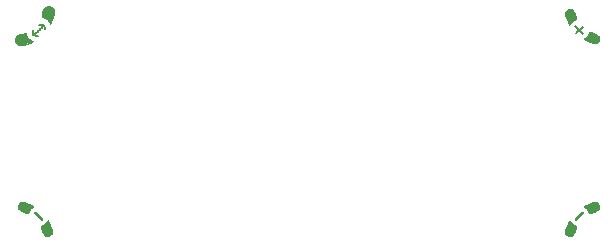
<source format=gbo>
%TF.GenerationSoftware,KiCad,Pcbnew,8.0.2-1*%
%TF.CreationDate,2024-12-19T17:28:35+00:00*%
%TF.ProjectId,jacdac-slider-MH-0.1,6a616364-6163-42d7-936c-696465722d4d,v0.1*%
%TF.SameCoordinates,PX8d24d00PY36d6160*%
%TF.FileFunction,Legend,Bot*%
%TF.FilePolarity,Positive*%
%FSLAX46Y46*%
G04 Gerber Fmt 4.6, Leading zero omitted, Abs format (unit mm)*
G04 Created by KiCad (PCBNEW 8.0.2-1) date 2024-12-19 17:28:35*
%MOMM*%
%LPD*%
G01*
G04 APERTURE LIST*
%ADD10C,0.200000*%
%ADD11C,0.000000*%
%ADD12C,0.099999*%
%ADD13C,0.999999*%
%ADD14C,0.329999*%
%ADD15C,0.199999*%
G04 APERTURE END LIST*
D10*
%TO.C,MH3*%
X22550000Y8200001D02*
X23200000Y7550001D01*
X23150000Y8150001D02*
X22600000Y7600001D01*
D11*
G36*
X21667556Y9107075D02*
G01*
X21667556Y9107075D01*
G75*
G02*
X22536889Y9340012I434644J116425D01*
G01*
X22536889Y9340012D01*
G75*
G03*
X22727510Y8843157I2463111J659988D01*
G01*
X22727510Y8843157D01*
G75*
G02*
X22663686Y8701042I-89110J-45357D01*
G01*
X22663686Y8701042D01*
G75*
G03*
X22115294Y8252503I215014J-822342D01*
G01*
X22115294Y8252503D01*
G75*
G02*
X22027307Y8249117I-44894J21997D01*
G01*
X22027307Y8249117D01*
G75*
G02*
X21667556Y9107075I2972693J1750883D01*
G01*
X21667556Y9107075D01*
G37*
G36*
X23843156Y7727511D02*
G01*
X23843156Y7727511D01*
G75*
G03*
X24340011Y7536890I1156844J2272489D01*
G01*
X24340011Y7536890D01*
G75*
G02*
X24107074Y6667557I-116511J-434690D01*
G01*
X24107074Y6667557D01*
G75*
G02*
X23249116Y7027308I892926J3332443D01*
G01*
X23249116Y7027308D01*
G75*
G02*
X23252502Y7115295I25384J43092D01*
G01*
X23252502Y7115295D01*
G75*
G03*
X23701041Y7663687I-373802J763405D01*
G01*
X23701041Y7663687D01*
G75*
G02*
X23843156Y7727511I96759J-25287D01*
G01*
X23843156Y7727511D01*
G37*
%TO.C,MH4*%
G36*
X23082632Y-7501689D02*
G01*
X23082632Y-7501689D01*
G75*
G02*
X23259409Y-7678466I88388J-88513D01*
G01*
X22671003Y-8266872D01*
G75*
G02*
X22494226Y-8090095I-88389J88513D01*
G01*
X23082632Y-7501689D01*
G37*
G36*
X22025445Y-8254717D02*
G01*
X22025445Y-8254717D01*
G75*
G02*
X22113432Y-8258103I43055J-25383D01*
G01*
X22113432Y-8258103D01*
G75*
G03*
X22661824Y-8706642I763368J373803D01*
G01*
X22661824Y-8706642D01*
G75*
G02*
X22725648Y-8848757I-25324J-96758D01*
G01*
X22725648Y-8848757D01*
G75*
G03*
X22535027Y-9345612I2272552J-1156843D01*
G01*
X22535027Y-9345612D01*
G75*
G02*
X21665694Y-9112675I-434627J116512D01*
G01*
X21665694Y-9112675D01*
G75*
G02*
X22025445Y-8254717I3332406J-892925D01*
G01*
X22025445Y-8254717D01*
G37*
G36*
X24105212Y-6673157D02*
G01*
X24105212Y-6673157D01*
G75*
G02*
X24338149Y-7542490I116488J-434643D01*
G01*
X24338149Y-7542490D01*
G75*
G03*
X23841294Y-7733111I659951J-2463110D01*
G01*
X23841294Y-7733111D01*
G75*
G02*
X23699179Y-7669287I-45394J89111D01*
G01*
X23699179Y-7669287D01*
G75*
G03*
X23250640Y-7120895I-822379J-215013D01*
G01*
X23250640Y-7120895D01*
G75*
G02*
X23247254Y-7032908I21960J44895D01*
G01*
X23247254Y-7032908D01*
G75*
G02*
X24105212Y-6673157I1750846J-2972692D01*
G01*
X24105212Y-6673157D01*
G37*
%TO.C,MH2*%
G36*
X-23266873Y-7671002D02*
G01*
X-23266873Y-7671002D01*
G75*
G02*
X-23090096Y-7494225I88373J88402D01*
G01*
X-22501690Y-8082631D01*
G75*
G02*
X-22678467Y-8259408I-88410J-88369D01*
G01*
X-23266873Y-7671002D01*
G37*
G36*
X-24112676Y-6665693D02*
G01*
X-24112676Y-6665693D01*
G75*
G02*
X-23254718Y-7025444I-892924J-3332407D01*
G01*
X-23254718Y-7025444D01*
G75*
G02*
X-23258104Y-7113431I-25382J-43056D01*
G01*
X-23258104Y-7113431D01*
G75*
G03*
X-23706643Y-7661823I373804J-763369D01*
G01*
X-23706643Y-7661823D01*
G75*
G02*
X-23848758Y-7725647I-96757J25323D01*
G01*
X-23848758Y-7725647D01*
G75*
G03*
X-24345613Y-7535026I-1156842J-2272553D01*
G01*
X-24345613Y-7535026D01*
G75*
G02*
X-24112676Y-6665693I116513J434626D01*
G01*
X-24112676Y-6665693D01*
G37*
G36*
X-22120896Y-8250639D02*
G01*
X-22120896Y-8250639D01*
G75*
G02*
X-22032909Y-8247253I44896J-21961D01*
G01*
X-22032909Y-8247253D01*
G75*
G02*
X-21673158Y-9105211I-2972691J-1750847D01*
G01*
X-21673158Y-9105211D01*
G75*
G02*
X-22542491Y-9338148I-434642J-116489D01*
G01*
X-22542491Y-9338148D01*
G75*
G03*
X-22733112Y-8841293I-2463109J-659952D01*
G01*
X-22733112Y-8841293D01*
G75*
G02*
X-22669288Y-8699178I89112J45393D01*
G01*
X-22669288Y-8699178D01*
G75*
G03*
X-22120896Y-8250639I-215012J822378D01*
G01*
X-22120896Y-8250639D01*
G37*
D12*
%TO.C,MH1*%
X-24878998Y7027722D02*
X-24878247Y7005322D01*
X-24878633Y7049966D02*
X-24878998Y7027722D01*
X-24878247Y7005322D02*
X-24876361Y6982800D01*
X-24877173Y7072023D02*
X-24878633Y7049966D01*
X-24876361Y6982800D02*
X-24873315Y6960190D01*
X-24874643Y7093857D02*
X-24877173Y7072023D01*
X-24873315Y6960190D02*
X-24869090Y6937523D01*
X-24871060Y7115437D02*
X-24874643Y7093857D01*
X-24869090Y6937523D02*
X-24869090Y6937523D01*
X-24869090Y6937523D02*
X-24863733Y6915098D01*
X-24866449Y7136728D02*
X-24871060Y7115437D01*
X-24863733Y6915098D02*
X-24857319Y6893203D01*
X-24860831Y7157699D02*
X-24866449Y7136728D01*
X-24857319Y6893203D02*
X-24849885Y6871861D01*
X-24854224Y7178316D02*
X-24860831Y7157699D01*
X-24849885Y6871861D02*
X-24841460Y6851092D01*
X-24846653Y7198543D02*
X-24854224Y7178316D01*
X-24841460Y6851092D02*
X-24832080Y6830917D01*
X-24838135Y7218350D02*
X-24846653Y7198543D01*
X-24832080Y6830917D02*
X-24821779Y6811363D01*
X-24828698Y7237705D02*
X-24838135Y7218350D01*
X-24821779Y6811363D02*
X-24810587Y6792444D01*
X-24818358Y7256572D02*
X-24828698Y7237705D01*
X-24810587Y6792444D02*
X-24798540Y6774186D01*
X-24807139Y7274919D02*
X-24818358Y7256572D01*
X-24798540Y6774186D02*
X-24785667Y6756611D01*
X-24795061Y7292712D02*
X-24807139Y7274919D01*
X-24785667Y6756611D02*
X-24772005Y6739737D01*
X-24782145Y7309918D02*
X-24795061Y7292712D01*
X-24772005Y6739737D02*
X-24757588Y6723590D01*
X-24768415Y7326504D02*
X-24782145Y7309918D01*
X-24757588Y6723590D02*
X-24742443Y6708189D01*
X-24753889Y7342439D02*
X-24768415Y7326504D01*
X-24742443Y6708189D02*
X-24726608Y6693556D01*
X-24738592Y7357686D02*
X-24753889Y7342439D01*
X-24726608Y6693556D02*
X-24710114Y6679712D01*
X-24722543Y7372216D02*
X-24738592Y7357686D01*
X-24710114Y6679712D02*
X-24692995Y6666682D01*
X-24705763Y7385991D02*
X-24722543Y7372216D01*
X-24692995Y6666682D02*
X-24675285Y6654483D01*
X-24688275Y7398983D02*
X-24705763Y7385991D01*
X-24675285Y6654483D02*
X-24657014Y6643141D01*
X-24670099Y7411155D02*
X-24688275Y7398983D01*
X-24657014Y6643141D02*
X-24638219Y6632672D01*
X-24651258Y7422475D02*
X-24670099Y7411155D01*
X-24638219Y6632672D02*
X-24618930Y6623103D01*
X-24631771Y7432909D02*
X-24651258Y7422475D01*
X-24618930Y6623103D02*
X-24599179Y6614453D01*
X-24611660Y7442425D02*
X-24631771Y7432909D01*
X-24599179Y6614453D02*
X-24579003Y6606744D01*
X-24590951Y7450989D02*
X-24611660Y7442425D01*
X-24579003Y6606744D02*
X-24558432Y6599999D01*
X-24569658Y7458569D02*
X-24590951Y7450989D01*
X-24558432Y6599999D02*
X-24537501Y6594236D01*
X-24547807Y7465132D02*
X-24569658Y7458569D01*
X-24537501Y6594236D02*
X-24516241Y6589480D01*
X-24525420Y7470643D02*
X-24547807Y7465132D01*
X-24525420Y7470643D02*
X-24459791Y7483592D01*
X-24516241Y6589480D02*
X-24494687Y6585752D01*
X-24494687Y6585752D02*
X-24472870Y6583073D01*
X-24472870Y6583073D02*
X-24450823Y6581465D01*
X-24459791Y7483592D02*
X-24394557Y7498250D01*
X-24450823Y6581465D02*
X-24428583Y6580950D01*
X-24428583Y6580950D02*
X-24406177Y6581547D01*
D13*
X-24416319Y7033242D02*
X-24380002Y7040496D01*
D12*
X-24406177Y6581547D02*
X-24383645Y6583282D01*
X-24394557Y7498250D02*
X-24329753Y7514607D01*
X-24383645Y6583282D02*
X-24361014Y6586172D01*
D13*
X-24380002Y7040496D02*
X-24343777Y7048199D01*
D12*
X-24361014Y6586172D02*
X-24338318Y6590242D01*
X-24360218Y6585942D02*
X-24233302Y6611827D01*
D13*
X-24343777Y7048199D02*
X-24307650Y7056347D01*
D12*
X-24329753Y7514607D02*
X-24265410Y7532654D01*
D13*
X-24307650Y7056347D02*
X-24271627Y7064941D01*
D12*
X-24265410Y7532654D02*
X-24201563Y7552381D01*
X-24233302Y6611827D02*
X-24107577Y6642423D01*
X-24201563Y7552381D02*
X-24138243Y7573778D01*
X-24138243Y7573778D02*
X-24075483Y7596835D01*
D14*
X-24115498Y7276554D02*
X-24114381Y7251748D01*
X-24114943Y7301429D02*
X-24115498Y7276554D01*
X-24114381Y7251748D02*
X-24111612Y7227098D01*
X-24112712Y7326288D02*
X-24114943Y7301429D01*
X-24111612Y7227098D02*
X-24107196Y7202688D01*
X-24108785Y7351043D02*
X-24112712Y7326288D01*
D12*
X-24107577Y6642423D02*
X-23983175Y6677686D01*
D14*
X-24107196Y7202688D02*
X-24101151Y7178604D01*
X-24103152Y7375612D02*
X-24108785Y7351043D01*
X-24101151Y7178604D02*
X-24093487Y7154933D01*
X-24095802Y7399906D02*
X-24103152Y7375612D01*
X-24093487Y7154933D02*
X-24084219Y7131759D01*
X-24086719Y7423843D02*
X-24095802Y7399906D01*
X-24084219Y7131759D02*
X-24073356Y7109169D01*
D12*
X-24075483Y7596835D02*
X-24013319Y7621543D01*
D14*
X-24073356Y7109169D02*
X-24060913Y7087248D01*
X-24060913Y7087248D02*
X-24046903Y7066082D01*
X-24046903Y7066082D02*
X-24031339Y7045756D01*
X-24031339Y7045756D02*
X-24031339Y7045756D01*
X-24031339Y7045756D02*
X-24014411Y7026551D01*
X-24014411Y7026551D02*
X-23996357Y7008710D01*
X-23996357Y7008710D02*
X-23977258Y6992260D01*
D12*
X-23985806Y7599822D02*
X-23989117Y7631643D01*
X-23983175Y6677686D02*
X-23860227Y6717571D01*
X-23981261Y7568358D02*
X-23985806Y7599822D01*
D14*
X-23977258Y6992260D02*
X-23957196Y6977231D01*
D12*
X-23975510Y7537276D02*
X-23981261Y7568358D01*
X-23968572Y7506602D02*
X-23975510Y7537276D01*
X-23960472Y7476364D02*
X-23968572Y7506602D01*
D14*
X-23957196Y6977231D02*
X-23936255Y6963652D01*
D12*
X-23951231Y7446589D02*
X-23960472Y7476364D01*
X-23940874Y7417304D02*
X-23951231Y7446589D01*
D14*
X-23936255Y6963652D02*
X-23914513Y6951552D01*
D12*
X-23929423Y7388533D02*
X-23940874Y7417304D01*
X-23916900Y7360307D02*
X-23929423Y7388533D01*
D14*
X-23914513Y6951552D02*
X-23892057Y6940959D01*
D12*
X-23903328Y7332649D02*
X-23916900Y7360307D01*
D14*
X-23892057Y6940959D02*
X-23868961Y6931903D01*
D12*
X-23888729Y7305587D02*
X-23903328Y7332649D01*
X-23873128Y7279149D02*
X-23888729Y7305587D01*
D14*
X-23868961Y6931903D02*
X-23845314Y6924412D01*
D12*
X-23860227Y6717571D02*
X-23738857Y6762034D01*
X-23856547Y7253361D02*
X-23873128Y7279149D01*
D14*
X-23845314Y6924412D02*
X-23821195Y6918517D01*
D12*
X-23839008Y7228249D02*
X-23856547Y7253361D01*
D14*
X-23821195Y6918517D02*
X-23796682Y6914245D01*
D12*
X-23820535Y7203840D02*
X-23839008Y7228249D01*
X-23801149Y7180162D02*
X-23820535Y7203840D01*
D14*
X-23796682Y6914245D02*
X-23771862Y6911624D01*
D12*
X-23780874Y7157240D02*
X-23801149Y7180162D01*
D14*
X-23771862Y6911624D02*
X-23746814Y6910686D01*
D12*
X-23759732Y7135101D02*
X-23780874Y7157240D01*
D14*
X-23746814Y6910686D02*
X-23721620Y6911456D01*
D12*
X-23738857Y6762034D02*
X-23619196Y6811029D01*
X-23737746Y7113775D02*
X-23759732Y7135101D01*
D14*
X-23721620Y6911456D02*
X-23696361Y6913966D01*
D12*
X-23714939Y7093285D02*
X-23737746Y7113775D01*
D14*
X-23696361Y6913966D02*
X-23671119Y6918243D01*
D12*
X-23691336Y7073658D02*
X-23714939Y7093285D01*
X-23666954Y7054922D02*
X-23691336Y7073658D01*
X-23641823Y7037105D02*
X-23666954Y7054922D01*
X-23619196Y6811029D02*
X-23501375Y6864514D01*
X-23615961Y7020231D02*
X-23641823Y7037105D01*
X-23589391Y7004328D02*
X-23615961Y7020231D01*
X-23562137Y6989423D02*
X-23589391Y7004328D01*
X-23534221Y6975542D02*
X-23562137Y6989423D01*
X-23505668Y6962712D02*
X-23534221Y6975542D01*
X-23501375Y6864514D02*
X-23385520Y6922443D01*
X-23476497Y6950961D02*
X-23505668Y6962712D01*
X-23446735Y6940314D02*
X-23476497Y6950961D01*
X-23416402Y6930798D02*
X-23446735Y6940314D01*
X-23385520Y6922443D02*
X-23416402Y6930798D01*
X-23385520Y6922443D02*
X-23385520Y6922443D01*
D15*
X-23352319Y7462642D02*
X-23338320Y7862343D01*
X-23352319Y7462642D02*
X-23286822Y7506409D01*
X-23286822Y7506409D02*
X-23222575Y7551825D01*
X-23222575Y7551825D02*
X-23159605Y7598860D01*
X-23159605Y7598860D02*
X-23097939Y7647486D01*
X-23097939Y7647486D02*
X-23037610Y7697676D01*
X-23037610Y7697676D02*
X-22978643Y7749401D01*
X-22978643Y7749401D02*
X-22921068Y7802628D01*
X-22959619Y7386343D02*
X-23352319Y7462642D01*
X-22921068Y7802628D02*
X-22864912Y7857336D01*
X-22864912Y7857336D02*
X-22810206Y7913492D01*
X-22810206Y7913492D02*
X-22756977Y7971067D01*
X-22756977Y7971067D02*
X-22705252Y8030033D01*
X-22705252Y8030033D02*
X-22655061Y8090363D01*
X-22655061Y8090363D02*
X-22606436Y8152028D01*
D12*
X-22629120Y9005743D02*
X-22604410Y9067918D01*
X-22607397Y8978231D02*
X-22639219Y8981543D01*
D15*
X-22606436Y8152028D02*
X-22559402Y8214998D01*
D12*
X-22604410Y9067918D02*
X-22581350Y9130689D01*
X-22581350Y9130689D02*
X-22559951Y9194021D01*
X-22575933Y8973688D02*
X-22607397Y8978231D01*
X-22559951Y9194021D02*
X-22540226Y9257881D01*
D15*
X-22559402Y8214998D02*
X-22513986Y8279246D01*
D12*
X-22544850Y8967937D02*
X-22575933Y8973688D01*
X-22540226Y9257881D02*
X-22522178Y9322237D01*
X-22522178Y9322237D02*
X-22505823Y9387053D01*
X-22514175Y8961001D02*
X-22544850Y8967937D01*
D15*
X-22513986Y8279246D02*
X-22470219Y8344742D01*
D12*
X-22505823Y9387053D02*
X-22491166Y9452299D01*
X-22491166Y9452299D02*
X-22478220Y9517942D01*
X-22483937Y8952902D02*
X-22514175Y8961001D01*
X-22478220Y9517942D02*
X-22478220Y9517942D01*
X-22478220Y9517942D02*
X-22471006Y9547070D01*
X-22471006Y9547070D02*
X-22461950Y9575426D01*
D15*
X-22470219Y8344742D02*
X-22869720Y8323741D01*
X-22470219Y8344742D02*
X-22387018Y7953443D01*
D12*
X-22461950Y9575426D02*
X-22451113Y9602947D01*
X-22454160Y8943662D02*
X-22483937Y8952902D01*
X-22451113Y9602947D02*
X-22438559Y9629559D01*
X-22438559Y9629559D02*
X-22424353Y9655190D01*
X-22424875Y8933307D02*
X-22454160Y8943662D01*
X-22424353Y9655190D02*
X-22408555Y9679770D01*
X-22408555Y9679770D02*
X-22391232Y9703230D01*
D14*
X-22407483Y9088232D02*
X-22431420Y9079143D01*
D12*
X-22396103Y8921855D02*
X-22424875Y8933307D01*
X-22391232Y9703230D02*
X-22372444Y9725502D01*
D14*
X-22383188Y9095589D02*
X-22407483Y9088232D01*
D12*
X-22372444Y9725502D02*
X-22352256Y9746513D01*
X-22367876Y8909334D02*
X-22396103Y8921855D01*
D14*
X-22358617Y9101229D02*
X-22383188Y9095589D01*
D12*
X-22352256Y9746513D02*
X-22330731Y9766190D01*
X-22340218Y8895760D02*
X-22367876Y8909334D01*
D14*
X-22333860Y9105161D02*
X-22358617Y9101229D01*
D12*
X-22330731Y9766190D02*
X-22307933Y9784467D01*
X-22313155Y8881164D02*
X-22340218Y8895760D01*
D14*
X-22308998Y9107401D02*
X-22333860Y9105161D01*
D12*
X-22307933Y9784467D02*
X-22283926Y9801272D01*
X-22286717Y8865564D02*
X-22313155Y8881164D01*
D14*
X-22284122Y9107957D02*
X-22308998Y9107401D01*
D12*
X-22283926Y9801272D02*
X-22258770Y9816535D01*
X-22260929Y8848982D02*
X-22286717Y8865564D01*
D14*
X-22259313Y9106845D02*
X-22284122Y9107957D01*
D12*
X-22258770Y9816535D02*
X-22232533Y9830185D01*
X-22235816Y8831444D02*
X-22260929Y8848982D01*
D14*
X-22234660Y9104077D02*
X-22259313Y9106845D01*
D12*
X-22232533Y9830185D02*
X-22205274Y9842152D01*
X-22211408Y8812970D02*
X-22235816Y8831444D01*
D14*
X-22210247Y9099665D02*
X-22234660Y9104077D01*
D12*
X-22205274Y9842152D02*
X-22177059Y9852366D01*
X-22187729Y8793583D02*
X-22211408Y8812970D01*
D14*
X-22186158Y9093621D02*
X-22210247Y9099665D01*
D12*
X-22177059Y9852366D02*
X-22177059Y9852366D01*
X-22177059Y9852366D02*
X-22148228Y9860683D01*
X-22164807Y8773308D02*
X-22187729Y8793583D01*
D14*
X-22162485Y9085959D02*
X-22186158Y9093621D01*
D12*
X-22148228Y9860683D02*
X-22119141Y9867018D01*
X-22142668Y8752165D02*
X-22164807Y8773308D01*
D14*
X-22139308Y9076692D02*
X-22162485Y9085959D01*
D12*
X-22121341Y8730180D02*
X-22142668Y8752165D01*
X-22119141Y9867018D02*
X-22089890Y9871395D01*
D14*
X-22116715Y9065830D02*
X-22139308Y9076692D01*
D12*
X-22100852Y8707373D02*
X-22121341Y8730180D01*
D14*
X-22094790Y9053388D02*
X-22116715Y9065830D01*
D12*
X-22089890Y9871395D02*
X-22060568Y9873828D01*
X-22081226Y8683768D02*
X-22100852Y8707373D01*
D14*
X-22073622Y9039378D02*
X-22094790Y9053388D01*
D13*
X-22072519Y9264043D02*
X-22063924Y9300070D01*
X-22063924Y9300070D02*
X-22055776Y9336197D01*
D12*
X-22062490Y8659388D02*
X-22081226Y8683768D01*
X-22060568Y9873828D02*
X-22031267Y9874340D01*
D13*
X-22055776Y9336197D02*
X-22048072Y9372421D01*
D14*
X-22053294Y9023810D02*
X-22073622Y9039378D01*
X-22053294Y9023810D02*
X-22053294Y9023810D01*
D13*
X-22048072Y9372421D02*
X-22040820Y9408741D01*
D12*
X-22044672Y8634253D02*
X-22062490Y8659388D01*
D14*
X-22034087Y9006880D02*
X-22053294Y9023810D01*
D12*
X-22031267Y9874340D02*
X-22002079Y9872950D01*
X-22027799Y8608391D02*
X-22044672Y8634253D01*
D14*
X-22016243Y8988822D02*
X-22034087Y9006880D01*
D12*
X-22011898Y8581820D02*
X-22027799Y8608391D01*
X-22002079Y9872950D02*
X-21973099Y9869677D01*
D14*
X-21999793Y8969721D02*
X-22016243Y8988822D01*
D12*
X-21996992Y8554566D02*
X-22011898Y8581820D01*
D14*
X-21984764Y8949657D02*
X-21999793Y8969721D01*
D12*
X-21983112Y8526649D02*
X-21996992Y8554566D01*
X-21973099Y9869677D02*
X-21944420Y9864542D01*
D14*
X-21971184Y8928713D02*
X-21984764Y8949657D01*
D12*
X-21970284Y8498094D02*
X-21983112Y8526649D01*
D14*
X-21959084Y8906968D02*
X-21971184Y8928713D01*
D12*
X-21958534Y8468923D02*
X-21970284Y8498094D01*
D14*
X-21948495Y8884506D02*
X-21959084Y8906968D01*
D12*
X-21947887Y8439159D02*
X-21958534Y8468923D01*
X-21944420Y9864542D02*
X-21916131Y9857564D01*
D14*
X-21939440Y8861409D02*
X-21948495Y8884506D01*
D12*
X-21938375Y8408825D02*
X-21947887Y8439159D01*
D14*
X-21931953Y8837756D02*
X-21939440Y8861409D01*
D12*
X-21930020Y8377943D02*
X-21938375Y8408825D01*
X-21930020Y8377943D02*
X-21872090Y8493796D01*
D14*
X-21926060Y8813633D02*
X-21931953Y8837756D01*
X-21925819Y8663543D02*
X-21921535Y8688785D01*
X-21921793Y8789117D02*
X-21926060Y8813633D01*
X-21921535Y8688785D02*
X-21919019Y8714047D01*
X-21919177Y8764295D02*
X-21921793Y8789117D01*
X-21919019Y8714047D02*
X-21918243Y8739244D01*
X-21918243Y8739244D02*
X-21919177Y8764295D01*
D12*
X-21916131Y9857564D02*
X-21888326Y9848762D01*
X-21888326Y9848762D02*
X-21861099Y9838157D01*
X-21872090Y8493796D02*
X-21818608Y8611619D01*
X-21861099Y9838157D02*
X-21834542Y9825768D01*
X-21834542Y9825768D02*
X-21808746Y9811615D01*
X-21818608Y8611619D02*
X-21769612Y8731281D01*
X-21808746Y9811615D02*
X-21783805Y9795717D01*
X-21783805Y9795717D02*
X-21759813Y9778096D01*
X-21769612Y8731281D02*
X-21725147Y8852649D01*
X-21759813Y9778096D02*
X-21736860Y9758768D01*
X-21736860Y9758768D02*
X-21736860Y9758768D01*
X-21736860Y9758768D02*
X-21715241Y9737956D01*
X-21725147Y8852649D02*
X-21685264Y8975600D01*
X-21715241Y9737956D02*
X-21695210Y9715934D01*
X-21695210Y9715934D02*
X-21676795Y9692790D01*
X-21685264Y8975600D02*
X-21650000Y9100001D01*
X-21676795Y9692790D02*
X-21660026Y9668614D01*
X-21660026Y9668614D02*
X-21644932Y9643494D01*
X-21650000Y9100001D02*
X-21619404Y9225725D01*
X-21644932Y9643494D02*
X-21631543Y9617522D01*
X-21631543Y9617522D02*
X-21619887Y9590789D01*
X-21619887Y9590789D02*
X-21609994Y9563383D01*
X-21619404Y9225725D02*
X-21593519Y9352642D01*
X-21609994Y9563383D02*
X-21601894Y9535395D01*
X-21601894Y9535395D02*
X-21595612Y9506915D01*
X-21595612Y9506915D02*
X-21591185Y9478033D01*
X-21592558Y9360285D02*
X-21597819Y9330742D01*
X-21591185Y9478033D02*
X-21588635Y9448837D01*
X-21589292Y9389874D02*
X-21592558Y9360285D01*
X-21588635Y9448837D02*
X-21587995Y9419422D01*
X-21587995Y9419422D02*
X-21589292Y9389874D01*
%TD*%
M02*

</source>
